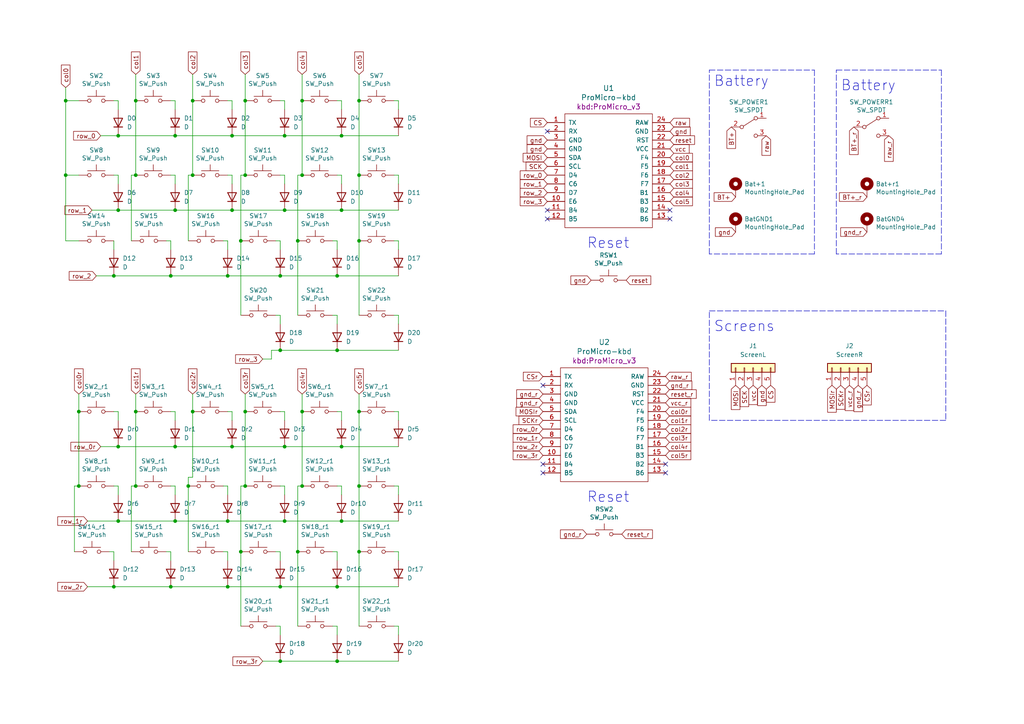
<source format=kicad_sch>
(kicad_sch (version 20211123) (generator eeschema)
  (paper "A4")
  (title_block (title "Sweep V2") (date "2021-03-10") (rev "0.1") (company "broomlabs"))
  (lib_symbols
    (symbol "Connector_Generic:Conn_01x05" (pin_names (offset 1.016) hide)
      (property "Reference" "J" (at 0 7.62 0))
      (property "Value" "Conn_01x05" (at 0 -7.62 0))
      (symbol "Conn_01x05_1_1"
        (pin passive line (at -5.08 5.08 0) (length 3.81) (name "Pin_1") (number "1"))
        (pin passive line (at -5.08 2.54 0) (length 3.81) (name "Pin_2") (number "2"))
        (pin passive line (at -5.08 0 0) (length 3.81) (name "Pin_3") (number "3"))
        (pin passive line (at -5.08 -2.54 0) (length 3.81) (name "Pin_4") (number "4"))
        (pin passive line (at -5.08 -5.08 0) (length 3.81) (name "Pin_5") (number "5"))
      )
    )
    (symbol "Diode:1N4448W" (pin_numbers hide) (pin_names (offset 1.016) hide)
      (property "Reference" "D" (at 0 2.54 0))
      (property "Value" "1N4448W" (at 0 -2.54 0))
      (symbol "1N4448W_1_1"
        (pin passive line (at -3.81 0 0) (length 2.54) (name "K") (number "1"))
        (pin passive line (at 3.81 0 180) (length 2.54) (name "A") (number "2"))
      )
    )
    (symbol "Mechanical:MountingHole_Pad" (pin_numbers hide) (pin_names (offset 1.016) hide)
      (property "Reference" "H" (at 0 6.35 0))
      (property "Value" "MountingHole_Pad" (at 0 4.445 0))
      (symbol "MountingHole_Pad_1_1"
        (pin input line (at 0 -2.54 90) (length 2.54) (name "1") (number "1"))
      )
    )
    (symbol "Switch:SW_Push" (pin_numbers hide) (pin_names (offset 1.016) hide)
      (property "Reference" "SW" (at 1.27 2.54 0))
      (property "Value" "SW_Push" (at 0 -1.524 0))
      (symbol "SW_Push_0_1"
        (pin passive line (at -5.08 0 0) (length 2.54) (name "1") (number "1"))
        (pin passive line (at 5.08 0 180) (length 2.54) (name "2") (number "2"))
      )
    )
    (symbol "Switch:SW_SPDT" (pin_names (offset 0) hide)
      (property "Reference" "SW" (at 0 4.318 0))
      (property "Value" "SW_SPDT" (at 0 -5.08 0))
      (symbol "SW_SPDT_1_1"
        (pin passive line (at 5.08 2.54 180) (length 2.54) (name "A") (number "1"))
        (pin passive line (at -5.08 0 0) (length 2.54) (name "B") (number "2"))
        (pin passive line (at 5.08 -2.54 180) (length 2.54) (name "C") (number "3"))
      )
    )
    (symbol "sweepv2-rescue:ProMicro-kbd-bigblackpill-34key-rescue" (pin_names (offset 1.016))
      (property "Reference" "U" (at 0 24.13 0))
      (property "Value" "ProMicro-kbd-bigblackpill-34key-rescue" (at 0 -13.97 0))
      (symbol "ProMicro-kbd-bigblackpill-34key-rescue_1_1"
        (pin bidirectional line (at -17.78 19.05 0) (length 5.08) (name "TX") (number "1"))
        (pin bidirectional line (at -17.78 -3.81 0) (length 5.08) (name "E6") (number "10"))
        (pin bidirectional line (at -17.78 -6.35 0) (length 5.08) (name "B4") (number "11"))
        (pin bidirectional line (at -17.78 -8.89 0) (length 5.08) (name "B5") (number "12"))
        (pin bidirectional line (at 17.78 -8.89 180) (length 5.08) (name "B6") (number "13"))
        (pin bidirectional line (at 17.78 -6.35 180) (length 5.08) (name "B2") (number "14"))
        (pin bidirectional line (at 17.78 -3.81 180) (length 5.08) (name "B3") (number "15"))
        (pin bidirectional line (at 17.78 -1.27 180) (length 5.08) (name "B1") (number "16"))
        (pin bidirectional line (at 17.78 1.27 180) (length 5.08) (name "F7") (number "17"))
        (pin bidirectional line (at 17.78 3.81 180) (length 5.08) (name "F6") (number "18"))
        (pin bidirectional line (at 17.78 6.35 180) (length 5.08) (name "F5") (number "19"))
        (pin bidirectional line (at -17.78 16.51 0) (length 5.08) (name "RX") (number "2"))
        (pin bidirectional line (at 17.78 8.89 180) (length 5.08) (name "F4") (number "20"))
        (pin power_in line (at 17.78 11.43 180) (length 5.08) (name "VCC") (number "21"))
        (pin input line (at 17.78 13.97 180) (length 5.08) (name "RST") (number "22"))
        (pin power_in line (at 17.78 16.51 180) (length 5.08) (name "GND") (number "23"))
        (pin power_out line (at 17.78 19.05 180) (length 5.08) (name "RAW") (number "24"))
        (pin power_in line (at -17.78 13.97 0) (length 5.08) (name "GND") (number "3"))
        (pin power_in line (at -17.78 11.43 0) (length 5.08) (name "GND") (number "4"))
        (pin bidirectional line (at -17.78 8.89 0) (length 5.08) (name "SDA") (number "5"))
        (pin bidirectional line (at -17.78 6.35 0) (length 5.08) (name "SCL") (number "6"))
        (pin bidirectional line (at -17.78 3.81 0) (length 5.08) (name "D4") (number "7"))
        (pin bidirectional line (at -17.78 1.27 0) (length 5.08) (name "C6") (number "8"))
        (pin bidirectional line (at -17.78 -1.27 0) (length 5.08) (name "D7") (number "9"))
      )
    )
  )
  (junction (at 99.06 39.37))
  (junction (at 50.8 60.96))
  (junction (at 86.36 69.85))
  (junction (at 97.79 170.18))
  (junction (at 104.14 69.85))
  (junction (at 55.88 50.8))
  (junction (at 67.31 60.96))
  (junction (at 34.29 39.37))
  (junction (at 97.79 191.77))
  (junction (at 86.36 160.02))
  (junction (at 104.14 140.97))
  (junction (at 67.31 39.37))
  (junction (at 82.55 151.13))
  (junction (at 97.79 101.6))
  (junction (at 54.61 140.97))
  (junction (at 71.12 119.38))
  (junction (at 87.63 140.97))
  (junction (at 99.06 151.13))
  (junction (at 82.55 129.54))
  (junction (at 50.8 39.37))
  (junction (at 33.02 170.18))
  (junction (at 99.06 129.54))
  (junction (at 34.29 60.96))
  (junction (at 39.37 50.8))
  (junction (at 81.28 80.01))
  (junction (at 81.28 191.77))
  (junction (at 71.12 50.8))
  (junction (at 67.31 129.54))
  (junction (at 99.06 60.96))
  (junction (at 69.85 160.02))
  (junction (at 87.63 119.38))
  (junction (at 55.88 119.38))
  (junction (at 87.63 50.8))
  (junction (at 34.29 129.54))
  (junction (at 50.8 129.54))
  (junction (at 82.55 39.37))
  (junction (at 97.79 80.01))
  (junction (at 19.05 29.21))
  (junction (at 39.37 29.21))
  (junction (at 66.04 80.01))
  (junction (at 22.86 119.38))
  (junction (at 104.14 119.38))
  (junction (at 81.28 170.18))
  (junction (at 66.04 170.18))
  (junction (at 19.05 50.8))
  (junction (at 69.85 69.85))
  (junction (at 104.14 50.8))
  (junction (at 55.88 29.21))
  (junction (at 50.8 151.13))
  (junction (at 39.37 140.97))
  (junction (at 39.37 119.38))
  (junction (at 49.53 170.18))
  (junction (at 49.53 80.01))
  (junction (at 22.86 140.97))
  (junction (at 71.12 140.97))
  (junction (at 82.55 60.96))
  (junction (at 66.04 151.13))
  (junction (at 71.12 29.21))
  (junction (at 87.63 29.21))
  (junction (at 104.14 29.21))
  (junction (at 33.02 80.01))
  (junction (at 104.14 160.02))
  (junction (at 81.28 101.6))
  (junction (at 34.29 151.13))
  (no_connect (at 193.04 137.16))
  (no_connect (at 193.04 134.62))
  (no_connect (at 157.48 111.76))
  (no_connect (at 157.48 134.62))
  (no_connect (at 157.48 137.16))
  (no_connect (at 194.31 60.96))
  (no_connect (at 158.75 60.96))
  (no_connect (at 194.31 63.5))
  (no_connect (at 158.75 38.1))
  (no_connect (at 158.75 63.5))
  (wire (pts (xy 29.21 129.54) (xy 34.29 129.54)))
  (wire (pts (xy 50.8 50.8) (xy 50.8 53.34)))
  (wire (pts (xy 19.05 25.4) (xy 19.05 29.21)))
  (wire (pts (xy 87.63 114.3) (xy 87.63 119.38)))
  (wire (pts (xy 71.12 21.59) (xy 71.12 29.21)))
  (wire (pts (xy 87.63 119.38) (xy 87.63 140.97)))
  (polyline (pts (xy 274.32 90.17) (xy 274.32 121.92)))
  (wire (pts (xy 49.53 119.38) (xy 50.8 119.38)))
  (wire (pts (xy 81.28 101.6) (xy 97.79 101.6)))
  (wire (pts (xy 99.06 129.54) (xy 115.57 129.54)))
  (wire (pts (xy 69.85 140.97) (xy 71.12 140.97)))
  (wire (pts (xy 49.53 69.85) (xy 49.53 72.39)))
  (wire (pts (xy 67.31 129.54) (xy 82.55 129.54)))
  (wire (pts (xy 81.28 69.85) (xy 81.28 72.39)))
  (wire (pts (xy 114.3 119.38) (xy 115.57 119.38)))
  (wire (pts (xy 99.06 151.13) (xy 115.57 151.13)))
  (wire (pts (xy 67.31 39.37) (xy 82.55 39.37)))
  (wire (pts (xy 66.04 50.8) (xy 67.31 50.8)))
  (wire (pts (xy 114.3 29.21) (xy 115.57 29.21)))
  (wire (pts (xy 49.53 170.18) (xy 66.04 170.18)))
  (wire (pts (xy 82.55 29.21) (xy 82.55 31.75)))
  (wire (pts (xy 104.14 119.38) (xy 104.14 140.97)))
  (wire (pts (xy 25.4 170.18) (xy 33.02 170.18)))
  (wire (pts (xy 97.79 119.38) (xy 99.06 119.38)))
  (wire (pts (xy 50.8 119.38) (xy 50.8 121.92)))
  (wire (pts (xy 49.53 50.8) (xy 50.8 50.8)))
  (wire (pts (xy 29.21 39.37) (xy 34.29 39.37)))
  (wire (pts (xy 54.61 50.8) (xy 55.88 50.8)))
  (wire (pts (xy 33.02 50.8) (xy 34.29 50.8)))
  (wire (pts (xy 69.85 69.85) (xy 69.85 91.44)))
  (wire (pts (xy 19.05 29.21) (xy 22.86 29.21)))
  (wire (pts (xy 104.14 69.85) (xy 104.14 91.44)))
  (wire (pts (xy 97.79 140.97) (xy 99.06 140.97)))
  (wire (pts (xy 80.01 181.61) (xy 81.28 181.61)))
  (wire (pts (xy 34.29 129.54) (xy 50.8 129.54)))
  (wire (pts (xy 39.37 21.59) (xy 39.37 29.21)))
  (wire (pts (xy 80.01 160.02) (xy 81.28 160.02)))
  (wire (pts (xy 66.04 119.38) (xy 67.31 119.38)))
  (wire (pts (xy 66.04 140.97) (xy 66.04 143.51)))
  (wire (pts (xy 115.57 140.97) (xy 115.57 143.51)))
  (wire (pts (xy 76.2 191.77) (xy 81.28 191.77)))
  (polyline (pts (xy 273.05 20.32) (xy 273.05 73.66)))
  (wire (pts (xy 114.3 181.61) (xy 115.57 181.61)))
  (wire (pts (xy 50.8 39.37) (xy 67.31 39.37)))
  (wire (pts (xy 34.29 151.13) (xy 50.8 151.13)))
  (wire (pts (xy 48.26 69.85) (xy 49.53 69.85)))
  (wire (pts (xy 38.1 50.8) (xy 39.37 50.8)))
  (polyline (pts (xy 205.74 90.17) (xy 274.32 90.17)))
  (wire (pts (xy 64.77 140.97) (xy 66.04 140.97)))
  (wire (pts (xy 27.94 80.01) (xy 33.02 80.01)))
  (wire (pts (xy 55.88 114.3) (xy 55.88 119.38)))
  (wire (pts (xy 34.29 39.37) (xy 50.8 39.37)))
  (wire (pts (xy 86.36 140.97) (xy 87.63 140.97)))
  (wire (pts (xy 99.06 60.96) (xy 115.57 60.96)))
  (wire (pts (xy 39.37 114.3) (xy 39.37 119.38)))
  (wire (pts (xy 104.14 21.59) (xy 104.14 29.21)))
  (wire (pts (xy 34.29 29.21) (xy 34.29 31.75)))
  (polyline (pts (xy 274.32 121.92) (xy 205.74 121.92)))
  (wire (pts (xy 115.57 91.44) (xy 115.57 93.98)))
  (wire (pts (xy 34.29 119.38) (xy 34.29 121.92)))
  (wire (pts (xy 34.29 50.8) (xy 34.29 53.34)))
  (wire (pts (xy 97.79 69.85) (xy 97.79 72.39)))
  (wire (pts (xy 115.57 160.02) (xy 115.57 162.56)))
  (wire (pts (xy 86.36 160.02) (xy 86.36 181.61)))
  (wire (pts (xy 97.79 101.6) (xy 115.57 101.6)))
  (wire (pts (xy 82.55 39.37) (xy 99.06 39.37)))
  (wire (pts (xy 115.57 50.8) (xy 115.57 53.34)))
  (wire (pts (xy 115.57 119.38) (xy 115.57 121.92)))
  (wire (pts (xy 39.37 29.21) (xy 39.37 50.8)))
  (wire (pts (xy 64.77 69.85) (xy 66.04 69.85)))
  (wire (pts (xy 69.85 69.85) (xy 69.85 50.8)))
  (wire (pts (xy 86.36 160.02) (xy 86.36 140.97)))
  (wire (pts (xy 67.31 50.8) (xy 67.31 53.34)))
  (wire (pts (xy 67.31 119.38) (xy 67.31 121.92)))
  (wire (pts (xy 97.79 29.21) (xy 99.06 29.21)))
  (wire (pts (xy 66.04 170.18) (xy 81.28 170.18)))
  (wire (pts (xy 82.55 129.54) (xy 99.06 129.54)))
  (wire (pts (xy 78.74 104.14) (xy 78.74 101.6)))
  (wire (pts (xy 97.79 50.8) (xy 99.06 50.8)))
  (wire (pts (xy 97.79 170.18) (xy 115.57 170.18)))
  (wire (pts (xy 115.57 181.61) (xy 115.57 184.15)))
  (wire (pts (xy 50.8 151.13) (xy 66.04 151.13)))
  (wire (pts (xy 33.02 69.85) (xy 33.02 72.39)))
  (wire (pts (xy 69.85 50.8) (xy 71.12 50.8)))
  (polyline (pts (xy 236.22 20.32) (xy 236.22 73.66)))
  (wire (pts (xy 38.1 140.97) (xy 39.37 140.97)))
  (wire (pts (xy 48.26 160.02) (xy 49.53 160.02)))
  (wire (pts (xy 55.88 29.21) (xy 55.88 50.8)))
  (wire (pts (xy 81.28 119.38) (xy 82.55 119.38)))
  (wire (pts (xy 71.12 29.21) (xy 71.12 50.8)))
  (wire (pts (xy 49.53 80.01) (xy 66.04 80.01)))
  (polyline (pts (xy 205.74 73.66) (xy 205.74 20.32)))
  (wire (pts (xy 50.8 29.21) (xy 50.8 31.75)))
  (wire (pts (xy 71.12 119.38) (xy 71.12 140.97)))
  (wire (pts (xy 104.14 160.02) (xy 104.14 181.61)))
  (wire (pts (xy 76.2 104.14) (xy 78.74 104.14)))
  (wire (pts (xy 81.28 170.18) (xy 97.79 170.18)))
  (wire (pts (xy 99.06 140.97) (xy 99.06 143.51)))
  (polyline (pts (xy 273.05 73.66) (xy 242.57 73.66)))
  (wire (pts (xy 54.61 69.85) (xy 54.61 50.8)))
  (wire (pts (xy 49.53 29.21) (xy 50.8 29.21)))
  (wire (pts (xy 66.04 69.85) (xy 66.04 72.39)))
  (wire (pts (xy 82.55 140.97) (xy 82.55 143.51)))
  (wire (pts (xy 55.88 138.43) (xy 54.61 138.43)))
  (wire (pts (xy 81.28 91.44) (xy 81.28 93.98)))
  (wire (pts (xy 96.52 69.85) (xy 97.79 69.85)))
  (wire (pts (xy 99.06 50.8) (xy 99.06 53.34)))
  (wire (pts (xy 115.57 69.85) (xy 115.57 72.39)))
  (wire (pts (xy 115.57 29.21) (xy 115.57 31.75)))
  (wire (pts (xy 54.61 138.43) (xy 54.61 140.97)))
  (wire (pts (xy 33.02 160.02) (xy 33.02 162.56)))
  (wire (pts (xy 21.59 160.02) (xy 21.59 140.97)))
  (wire (pts (xy 114.3 69.85) (xy 115.57 69.85)))
  (wire (pts (xy 86.36 69.85) (xy 86.36 91.44)))
  (wire (pts (xy 96.52 91.44) (xy 97.79 91.44)))
  (wire (pts (xy 97.79 181.61) (xy 97.79 184.15)))
  (wire (pts (xy 81.28 50.8) (xy 82.55 50.8)))
  (wire (pts (xy 66.04 160.02) (xy 66.04 162.56)))
  (wire (pts (xy 97.79 191.77) (xy 115.57 191.77)))
  (wire (pts (xy 99.06 39.37) (xy 115.57 39.37)))
  (wire (pts (xy 97.79 80.01) (xy 115.57 80.01)))
  (wire (pts (xy 39.37 119.38) (xy 39.37 140.97)))
  (wire (pts (xy 80.01 69.85) (xy 81.28 69.85)))
  (wire (pts (xy 82.55 119.38) (xy 82.55 121.92)))
  (wire (pts (xy 104.14 140.97) (xy 104.14 160.02)))
  (wire (pts (xy 34.29 60.96) (xy 50.8 60.96)))
  (wire (pts (xy 82.55 50.8) (xy 82.55 53.34)))
  (wire (pts (xy 114.3 160.02) (xy 115.57 160.02)))
  (wire (pts (xy 78.74 101.6) (xy 81.28 101.6)))
  (wire (pts (xy 114.3 91.44) (xy 115.57 91.44)))
  (wire (pts (xy 71.12 114.3) (xy 71.12 119.38)))
  (wire (pts (xy 31.75 160.02) (xy 33.02 160.02)))
  (wire (pts (xy 81.28 29.21) (xy 82.55 29.21)))
  (wire (pts (xy 50.8 129.54) (xy 67.31 129.54)))
  (wire (pts (xy 33.02 119.38) (xy 34.29 119.38)))
  (wire (pts (xy 19.05 50.8) (xy 19.05 69.85)))
  (wire (pts (xy 69.85 160.02) (xy 69.85 140.97)))
  (wire (pts (xy 38.1 69.85) (xy 38.1 50.8)))
  (wire (pts (xy 82.55 151.13) (xy 99.06 151.13)))
  (wire (pts (xy 87.63 21.59) (xy 87.63 29.21)))
  (wire (pts (xy 66.04 151.13) (xy 82.55 151.13)))
  (wire (pts (xy 26.67 60.96) (xy 34.29 60.96)))
  (wire (pts (xy 66.04 80.01) (xy 81.28 80.01)))
  (wire (pts (xy 104.14 114.3) (xy 104.14 119.38)))
  (wire (pts (xy 97.79 91.44) (xy 97.79 93.98)))
  (wire (pts (xy 54.61 140.97) (xy 54.61 160.02)))
  (wire (pts (xy 104.14 29.21) (xy 104.14 50.8)))
  (polyline (pts (xy 242.57 20.32) (xy 273.05 20.32)))
  (wire (pts (xy 86.36 69.85) (xy 86.36 50.8)))
  (wire (pts (xy 50.8 60.96) (xy 67.31 60.96)))
  (wire (pts (xy 22.86 114.3) (xy 22.86 119.38)))
  (wire (pts (xy 86.36 50.8) (xy 87.63 50.8)))
  (wire (pts (xy 49.53 160.02) (xy 49.53 162.56)))
  (wire (pts (xy 67.31 29.21) (xy 67.31 31.75)))
  (wire (pts (xy 33.02 29.21) (xy 34.29 29.21)))
  (wire (pts (xy 69.85 160.02) (xy 69.85 181.61)))
  (wire (pts (xy 81.28 80.01) (xy 97.79 80.01)))
  (wire (pts (xy 34.29 140.97) (xy 34.29 143.51)))
  (wire (pts (xy 82.55 60.96) (xy 99.06 60.96)))
  (wire (pts (xy 99.06 29.21) (xy 99.06 31.75)))
  (wire (pts (xy 21.59 140.97) (xy 22.86 140.97)))
  (wire (pts (xy 19.05 50.8) (xy 19.05 29.21)))
  (wire (pts (xy 55.88 21.59) (xy 55.88 29.21)))
  (wire (pts (xy 114.3 140.97) (xy 115.57 140.97)))
  (wire (pts (xy 97.79 160.02) (xy 97.79 162.56)))
  (wire (pts (xy 49.53 140.97) (xy 50.8 140.97)))
  (wire (pts (xy 22.86 50.8) (xy 19.05 50.8)))
  (wire (pts (xy 96.52 160.02) (xy 97.79 160.02)))
  (polyline (pts (xy 205.74 20.32) (xy 236.22 20.32)))
  (wire (pts (xy 50.8 140.97) (xy 50.8 143.51)))
  (wire (pts (xy 104.14 50.8) (xy 104.14 69.85)))
  (polyline (pts (xy 205.74 121.92) (xy 205.74 90.17)))
  (wire (pts (xy 81.28 160.02) (xy 81.28 162.56)))
  (wire (pts (xy 22.86 119.38) (xy 22.86 140.97)))
  (polyline (pts (xy 236.22 73.66) (xy 205.74 73.66)))
  (wire (pts (xy 33.02 170.18) (xy 49.53 170.18)))
  (polyline (pts (xy 242.57 73.66) (xy 242.57 20.32)))
  (wire (pts (xy 81.28 140.97) (xy 82.55 140.97)))
  (wire (pts (xy 64.77 160.02) (xy 66.04 160.02)))
  (wire (pts (xy 81.28 191.77) (xy 97.79 191.77)))
  (wire (pts (xy 38.1 160.02) (xy 38.1 140.97)))
  (wire (pts (xy 67.31 60.96) (xy 82.55 60.96)))
  (wire (pts (xy 114.3 50.8) (xy 115.57 50.8)))
  (wire (pts (xy 87.63 29.21) (xy 87.63 50.8)))
  (wire (pts (xy 81.28 181.61) (xy 81.28 184.15)))
  (wire (pts (xy 33.02 80.01) (xy 49.53 80.01)))
  (wire (pts (xy 55.88 119.38) (xy 55.88 138.43)))
  (wire (pts (xy 22.86 69.85) (xy 19.05 69.85)))
  (wire (pts (xy 33.02 140.97) (xy 34.29 140.97)))
  (wire (pts (xy 25.4 151.13) (xy 34.29 151.13)))
  (wire (pts (xy 66.04 29.21) (xy 67.31 29.21)))
  (wire (pts (xy 80.01 91.44) (xy 81.28 91.44)))
  (wire (pts (xy 99.06 119.38) (xy 99.06 121.92)))
  (wire (pts (xy 96.52 181.61) (xy 97.79 181.61)))
  (text "Reset" (at 170.18 72.39 0) (effects (font (size 2.9972 2.9972)) (justify left bottom)))
  (text "Battery" (at 243.84 26.67 0) (effects (font (size 2.9972 2.9972)) (justify left bottom)))
  (text "Battery" (at 207.01 25.4 0) (effects (font (size 2.9972 2.9972)) (justify left bottom)))
  (text "Reset" (at 170.18 146.05 0) (effects (font (size 2.9972 2.9972)) (justify left bottom)))
  (text "Screens" (at 207.01 96.52 0) (effects (font (size 2.9972 2.9972)) (justify left bottom)))
  (global_label "col2" (shape input) (at 194.31 50.8 0) (property "Intersheet References" "${INTERSHEET_REFS}" (effects hide)))
  (global_label "vcc_r" (shape input) (at 193.04 116.84 0) (property "Intersheet References" "${INTERSHEET_REFS}" (effects hide)))
  (global_label "col4r" (shape input) (at 87.63 114.3 90) (property "Intersheet References" "${INTERSHEET_REFS}" (effects hide)))
  (global_label "row_1" (shape input) (at 158.75 53.34 180) (property "Intersheet References" "${INTERSHEET_REFS}" (effects hide)))
  (global_label "col2r" (shape input) (at 55.88 114.3 90) (property "Intersheet References" "${INTERSHEET_REFS}" (effects hide)))
  (global_label "MOSIr" (shape input) (at 241.3 111.76 270) (property "Intersheet References" "${INTERSHEET_REFS}" (effects hide)))
  (global_label "gnd" (shape input) (at 158.75 40.64 180) (property "Intersheet References" "${INTERSHEET_REFS}" (effects hide)))
  (global_label "reset" (shape input) (at 181.61 81.28 0) (property "Intersheet References" "${INTERSHEET_REFS}" (effects hide)))
  (global_label "reset" (shape input) (at 194.31 40.64 0) (property "Intersheet References" "${INTERSHEET_REFS}" (effects hide)))
  (global_label "row_3" (shape input) (at 158.75 58.42 180) (property "Intersheet References" "${INTERSHEET_REFS}" (effects hide)))
  (global_label "col1r" (shape input) (at 39.37 114.3 90) (property "Intersheet References" "${INTERSHEET_REFS}" (effects hide)))
  (global_label "row_0r" (shape input) (at 29.21 129.54 180) (property "Intersheet References" "${INTERSHEET_REFS}" (effects hide)))
  (global_label "vcc" (shape input) (at 218.44 111.76 270) (property "Intersheet References" "${INTERSHEET_REFS}" (effects hide)))
  (global_label "CSr" (shape input) (at 251.46 111.76 270) (property "Intersheet References" "${INTERSHEET_REFS}" (effects hide)))
  (global_label "raw_r" (shape input) (at 257.81 39.37 270) (property "Intersheet References" "${INTERSHEET_REFS}" (effects hide)))
  (global_label "col3r" (shape input) (at 193.04 127 0) (property "Intersheet References" "${INTERSHEET_REFS}" (effects hide)))
  (global_label "vcc" (shape input) (at 194.31 43.18 0) (property "Intersheet References" "${INTERSHEET_REFS}" (effects hide)))
  (global_label "row_3r" (shape input) (at 157.48 132.08 180) (property "Intersheet References" "${INTERSHEET_REFS}" (effects hide)))
  (global_label "row_1r" (shape input) (at 25.4 151.13 180) (property "Intersheet References" "${INTERSHEET_REFS}" (effects hide)))
  (global_label "gnd_r" (shape input) (at 248.92 111.76 270) (property "Intersheet References" "${INTERSHEET_REFS}" (effects hide)))
  (global_label "col2r" (shape input) (at 193.04 124.46 0) (property "Intersheet References" "${INTERSHEET_REFS}" (effects hide)))
  (global_label "col2" (shape input) (at 55.88 21.59 90) (property "Intersheet References" "${INTERSHEET_REFS}" (effects hide)))
  (global_label "row_0r" (shape input) (at 157.48 124.46 180) (property "Intersheet References" "${INTERSHEET_REFS}" (effects hide)))
  (global_label "col0" (shape input) (at 19.05 25.4 90) (property "Intersheet References" "${INTERSHEET_REFS}" (effects hide)))
  (global_label "col0r" (shape input) (at 22.86 114.3 90) (property "Intersheet References" "${INTERSHEET_REFS}" (effects hide)))
  (global_label "col1" (shape input) (at 194.31 48.26 0) (property "Intersheet References" "${INTERSHEET_REFS}" (effects hide)))
  (global_label "col3" (shape input) (at 71.12 21.59 90) (property "Intersheet References" "${INTERSHEET_REFS}" (effects hide)))
  (global_label "row_2r" (shape input) (at 25.4 170.18 180) (property "Intersheet References" "${INTERSHEET_REFS}" (effects hide)))
  (global_label "gnd_r" (shape input) (at 170.18 154.94 180) (property "Intersheet References" "${INTERSHEET_REFS}" (effects hide)))
  (global_label "reset_r" (shape input) (at 180.34 154.94 0) (property "Intersheet References" "${INTERSHEET_REFS}" (effects hide)))
  (global_label "col0r" (shape input) (at 193.04 119.38 0) (property "Intersheet References" "${INTERSHEET_REFS}" (effects hide)))
  (global_label "row_2" (shape input) (at 158.75 55.88 180) (property "Intersheet References" "${INTERSHEET_REFS}" (effects hide)))
  (global_label "col0" (shape input) (at 194.31 45.72 0) (property "Intersheet References" "${INTERSHEET_REFS}" (effects hide)))
  (global_label "gnd_r" (shape input) (at 157.48 114.3 180) (property "Intersheet References" "${INTERSHEET_REFS}" (effects hide)))
  (global_label "row_3r" (shape input) (at 76.2 191.77 180) (property "Intersheet References" "${INTERSHEET_REFS}" (effects hide)))
  (global_label "CS" (shape input) (at 223.52 111.76 270) (property "Intersheet References" "${INTERSHEET_REFS}" (effects hide)))
  (global_label "raw_r" (shape input) (at 193.04 109.22 0) (property "Intersheet References" "${INTERSHEET_REFS}" (effects hide)))
  (global_label "gnd_r" (shape input) (at 193.04 111.76 0) (property "Intersheet References" "${INTERSHEET_REFS}" (effects hide)))
  (global_label "col4" (shape input) (at 194.31 55.88 0) (property "Intersheet References" "${INTERSHEET_REFS}" (effects hide)))
  (global_label "gnd" (shape input) (at 158.75 43.18 180) (property "Intersheet References" "${INTERSHEET_REFS}" (effects hide)))
  (global_label "BT+_r" (shape input) (at 251.46 57.15 180) (property "Intersheet References" "${INTERSHEET_REFS}" (effects hide)))
  (global_label "MOSI" (shape input) (at 158.75 45.72 180) (property "Intersheet References" "${INTERSHEET_REFS}" (effects hide)))
  (global_label "row_3" (shape input) (at 76.2 104.14 180) (property "Intersheet References" "${INTERSHEET_REFS}" (effects hide)))
  (global_label "gnd" (shape input) (at 171.45 81.28 180) (property "Intersheet References" "${INTERSHEET_REFS}" (effects hide)))
  (global_label "col4r" (shape input) (at 193.04 129.54 0) (property "Intersheet References" "${INTERSHEET_REFS}" (effects hide)))
  (global_label "SCKr" (shape input) (at 157.48 121.92 180) (property "Intersheet References" "${INTERSHEET_REFS}" (effects hide)))
  (global_label "SCK" (shape input) (at 158.75 48.26 180) (property "Intersheet References" "${INTERSHEET_REFS}" (effects hide)))
  (global_label "CSr" (shape input) (at 157.48 109.22 180) (property "Intersheet References" "${INTERSHEET_REFS}" (effects hide)))
  (global_label "gnd" (shape input) (at 213.36 67.31 180) (property "Intersheet References" "${INTERSHEET_REFS}" (effects hide)))
  (global_label "row_0" (shape input) (at 29.21 39.37 180) (property "Intersheet References" "${INTERSHEET_REFS}" (effects hide)))
  (global_label "gnd_r" (shape input) (at 251.46 67.31 180) (property "Intersheet References" "${INTERSHEET_REFS}" (effects hide)))
  (global_label "row_1r" (shape input) (at 157.48 127 180) (property "Intersheet References" "${INTERSHEET_REFS}" (effects hide)))
  (global_label "col5" (shape input) (at 104.14 21.59 90) (property "Intersheet References" "${INTERSHEET_REFS}" (effects hide)))
  (global_label "row_1" (shape input) (at 26.67 60.96 180) (property "Intersheet References" "${INTERSHEET_REFS}" (effects hide)))
  (global_label "MOSIr" (shape input) (at 157.48 119.38 180) (property "Intersheet References" "${INTERSHEET_REFS}" (effects hide)))
  (global_label "BT+" (shape input) (at 212.09 36.83 270) (property "Intersheet References" "${INTERSHEET_REFS}" (effects hide)))
  (global_label "SCKr" (shape input) (at 243.84 111.76 270) (property "Intersheet References" "${INTERSHEET_REFS}" (effects hide)))
  (global_label "col5r" (shape input) (at 193.04 132.08 0) (property "Intersheet References" "${INTERSHEET_REFS}" (effects hide)))
  (global_label "col4" (shape input) (at 87.63 21.59 90) (property "Intersheet References" "${INTERSHEET_REFS}" (effects hide)))
  (global_label "CS" (shape input) (at 158.75 35.56 180) (property "Intersheet References" "${INTERSHEET_REFS}" (effects hide)))
  (global_label "SCK" (shape input) (at 215.9 111.76 270) (property "Intersheet References" "${INTERSHEET_REFS}" (effects hide)))
  (global_label "col3" (shape input) (at 194.31 53.34 0) (property "Intersheet References" "${INTERSHEET_REFS}" (effects hide)))
  (global_label "vcc_r" (shape input) (at 246.38 111.76 270) (property "Intersheet References" "${INTERSHEET_REFS}" (effects hide)))
  (global_label "gnd" (shape input) (at 220.98 111.76 270) (property "Intersheet References" "${INTERSHEET_REFS}" (effects hide)))
  (global_label "raw" (shape input) (at 222.25 39.37 270) (property "Intersheet References" "${INTERSHEET_REFS}" (effects hide)))
  (global_label "col5r" (shape input) (at 104.14 114.3 90) (property "Intersheet References" "${INTERSHEET_REFS}" (effects hide)))
  (global_label "BT+_r" (shape input) (at 247.65 36.83 270) (property "Intersheet References" "${INTERSHEET_REFS}" (effects hide)))
  (global_label "MOSI" (shape input) (at 213.36 111.76 270) (property "Intersheet References" "${INTERSHEET_REFS}" (effects hide)))
  (global_label "row_2" (shape input) (at 27.94 80.01 180) (property "Intersheet References" "${INTERSHEET_REFS}" (effects hide)))
  (global_label "raw" (shape input) (at 194.31 35.56 0) (property "Intersheet References" "${INTERSHEET_REFS}" (effects hide)))
  (global_label "gnd_r" (shape input) (at 157.48 116.84 180) (property "Intersheet References" "${INTERSHEET_REFS}" (effects hide)))
  (global_label "col3r" (shape input) (at 71.12 114.3 90) (property "Intersheet References" "${INTERSHEET_REFS}" (effects hide)))
  (global_label "BT+" (shape input) (at 213.36 57.15 180) (property "Intersheet References" "${INTERSHEET_REFS}" (effects hide)))
  (global_label "row_2r" (shape input) (at 157.48 129.54 180) (property "Intersheet References" "${INTERSHEET_REFS}" (effects hide)))
  (global_label "row_0" (shape input) (at 158.75 50.8 180) (property "Intersheet References" "${INTERSHEET_REFS}" (effects hide)))
  (global_label "col5" (shape input) (at 194.31 58.42 0) (property "Intersheet References" "${INTERSHEET_REFS}" (effects hide)))
  (global_label "col1r" (shape input) (at 193.04 121.92 0) (property "Intersheet References" "${INTERSHEET_REFS}" (effects hide)))
  (global_label "gnd" (shape input) (at 194.31 38.1 0) (property "Intersheet References" "${INTERSHEET_REFS}" (effects hide)))
  (global_label "reset_r" (shape input) (at 193.04 114.3 0) (property "Intersheet References" "${INTERSHEET_REFS}" (effects hide)))
  (global_label "col1" (shape input) (at 39.37 21.59 90) (property "Intersheet References" "${INTERSHEET_REFS}" (effects hide)))
  (symbol (lib_id "Mechanical:MountingHole_Pad") (at 213.36 54.61 0) (unit 1)
    (property "Reference" "Bat+1" (at 215.9 53.3654 0) (effects (justify left)))
    (property "Value" "MountingHole_Pad" (at 215.9 55.6768 0) (effects (justify left)))
    (property "Footprint" "kbd:1pin_conn" (effects hide))
  )
  (symbol (lib_id "Mechanical:MountingHole_Pad") (at 213.36 64.77 0) (unit 1)
    (property "Reference" "BatGND1" (at 215.9 63.5254 0) (effects (justify left)))
    (property "Value" "MountingHole_Pad" (at 215.9 65.8368 0) (effects (justify left)))
    (property "Footprint" "kbd:1pin_conn" (effects hide))
  )
  (symbol (lib_id "sweepv2-rescue:ProMicro-kbd-bigblackpill-34key-rescue") (at 176.53 54.61 0) (unit 1)
    (property "Reference" "U1" (at 176.53 25.5778 0) (effects (font (size 1.524 1.524))))
    (property "Value" "ProMicro-kbd" (at 176.53 28.2702 0) (effects (font (size 1.524 1.524))))
    (property "Footprint" "kbd:ProMicro_v3" (at 176.53 30.9626 0) (effects (font (size 1.524 1.524))))
  )
  (symbol (lib_id "Switch:SW_Push") (at 27.94 29.21 0) (unit 1)
    (property "Reference" "SW2" (at 27.94 21.971 0))
    (property "Value" "SW_Push" (at 27.94 24.2824 0))
    (property "Footprint" "keyswitches:Kailh_socket_PG1350_optional" (effects hide))
  )
  (symbol (lib_id "Switch:SW_Push") (at 44.45 29.21 0) (unit 1)
    (property "Reference" "SW3" (at 44.45 21.971 0))
    (property "Value" "SW_Push" (at 44.45 24.2824 0))
    (property "Footprint" "keyswitches:Kailh_socket_PG1350_optional" (effects hide))
  )
  (symbol (lib_id "Switch:SW_Push") (at 60.96 29.21 0) (unit 1)
    (property "Reference" "SW4" (at 60.96 21.971 0))
    (property "Value" "SW_Push" (at 60.96 24.2824 0))
    (property "Footprint" "keyswitches:Kailh_socket_PG1350_optional" (effects hide))
  )
  (symbol (lib_id "Switch:SW_Push") (at 76.2 29.21 0) (unit 1)
    (property "Reference" "SW5" (at 76.2 21.971 0))
    (property "Value" "SW_Push" (at 76.2 24.2824 0))
    (property "Footprint" "keyswitches:Kailh_socket_PG1350_optional" (effects hide))
  )
  (symbol (lib_id "Switch:SW_Push") (at 92.71 29.21 0) (unit 1)
    (property "Reference" "SW6" (at 92.71 21.971 0))
    (property "Value" "SW_Push" (at 92.71 24.2824 0))
    (property "Footprint" "keyswitches:Kailh_socket_PG1350_optional" (effects hide))
  )
  (symbol (lib_id "Switch:SW_Push") (at 74.93 91.44 0) (unit 1)
    (property "Reference" "SW20" (at 74.93 84.201 0))
    (property "Value" "SW_Push" (at 74.93 86.5124 0))
    (property "Footprint" "keyswitches:Kailh_socket_PG1350_optional" (effects hide))
  )
  (symbol (lib_id "Switch:SW_Push") (at 91.44 91.44 0) (unit 1)
    (property "Reference" "SW21" (at 91.44 84.201 0))
    (property "Value" "SW_Push" (at 91.44 86.5124 0))
    (property "Footprint" "keyswitches:Kailh_socket_PG1350_optional" (effects hide))
  )
  (symbol (lib_id "Switch:SW_Push") (at 27.94 50.8 0) (unit 1)
    (property "Reference" "SW8" (at 27.94 43.561 0))
    (property "Value" "SW_Push" (at 27.94 45.8724 0))
    (property "Footprint" "keyswitches:Kailh_socket_PG1350_optional" (effects hide))
  )
  (symbol (lib_id "Switch:SW_Push") (at 44.45 50.8 0) (unit 1)
    (property "Reference" "SW9" (at 44.45 43.561 0))
    (property "Value" "SW_Push" (at 44.45 45.8724 0))
    (property "Footprint" "keyswitches:Kailh_socket_PG1350_optional" (effects hide))
  )
  (symbol (lib_id "Switch:SW_Push") (at 60.96 50.8 0) (unit 1)
    (property "Reference" "SW10" (at 60.96 43.561 0))
    (property "Value" "SW_Push" (at 60.96 45.8724 0))
    (property "Footprint" "keyswitches:Kailh_socket_PG1350_optional" (effects hide))
  )
  (symbol (lib_id "Switch:SW_Push") (at 76.2 50.8 0) (unit 1)
    (property "Reference" "SW11" (at 76.2 43.561 0))
    (property "Value" "SW_Push" (at 76.2 45.8724 0))
    (property "Footprint" "keyswitches:Kailh_socket_PG1350_optional" (effects hide))
  )
  (symbol (lib_id "Switch:SW_Push") (at 92.71 50.8 0) (unit 1)
    (property "Reference" "SW12" (at 92.71 43.561 0))
    (property "Value" "SW_Push" (at 92.71 45.8724 0))
    (property "Footprint" "keyswitches:Kailh_socket_PG1350_optional" (effects hide))
  )
  (symbol (lib_id "Switch:SW_Push") (at 27.94 69.85 0) (unit 1)
    (property "Reference" "SW14" (at 27.94 62.611 0))
    (property "Value" "SW_Push" (at 27.94 64.9224 0))
    (property "Footprint" "keyswitches:Kailh_socket_PG1350_optional" (effects hide))
  )
  (symbol (lib_id "Switch:SW_Push") (at 43.18 69.85 0) (unit 1)
    (property "Reference" "SW15" (at 43.18 62.611 0))
    (property "Value" "SW_Push" (at 43.18 64.9224 0))
    (property "Footprint" "keyswitches:Kailh_socket_PG1350_optional" (effects hide))
  )
  (symbol (lib_id "Switch:SW_Push") (at 59.69 69.85 0) (unit 1)
    (property "Reference" "SW16" (at 59.69 62.611 0))
    (property "Value" "SW_Push" (at 59.69 64.9224 0))
    (property "Footprint" "keyswitches:Kailh_socket_PG1350_optional" (effects hide))
  )
  (symbol (lib_id "Switch:SW_Push") (at 74.93 69.85 0) (unit 1)
    (property "Reference" "SW17" (at 74.93 62.611 0))
    (property "Value" "SW_Push" (at 74.93 64.9224 0))
    (property "Footprint" "keyswitches:Kailh_socket_PG1350_optional" (effects hide))
  )
  (symbol (lib_id "Switch:SW_Push") (at 91.44 69.85 0) (unit 1)
    (property "Reference" "SW18" (at 91.44 62.611 0))
    (property "Value" "SW_Push" (at 91.44 64.9224 0))
    (property "Footprint" "keyswitches:Kailh_socket_PG1350_optional" (effects hide))
  )
  (symbol (lib_id "Switch:SW_Push") (at 176.53 81.28 0) (unit 1)
    (property "Reference" "RSW1" (at 176.53 74.041 0))
    (property "Value" "SW_Push" (at 176.53 76.3524 0))
    (property "Footprint" "kbd:ResetSW" (effects hide))
  )
  (symbol (lib_id "Switch:SW_SPDT") (at 217.17 36.83 0) (unit 1)
    (property "Reference" "SW_POWER1" (at 217.17 29.591 0))
    (property "Value" "SW_SPDT" (at 217.17 31.9024 0))
    (property "Footprint" "Button_Switch_SMD:SW_SPDT_PCM12" (effects hide))
  )
  (symbol (lib_id "Switch:SW_Push") (at 27.94 119.38 0) (unit 1)
    (property "Reference" "SW2_r1" (at 27.94 112.141 0))
    (property "Value" "SW_Push" (at 27.94 114.4524 0))
    (property "Footprint" "keyswitches:Kailh_socket_PG1350_optional" (effects hide))
  )
  (symbol (lib_id "Switch:SW_Push") (at 44.45 119.38 0) (unit 1)
    (property "Reference" "SW3_r1" (at 44.45 112.141 0))
    (property "Value" "SW_Push" (at 44.45 114.4524 0))
    (property "Footprint" "keyswitches:Kailh_socket_PG1350_optional" (effects hide))
  )
  (symbol (lib_id "Switch:SW_Push") (at 60.96 119.38 0) (unit 1)
    (property "Reference" "SW4_r1" (at 60.96 112.141 0))
    (property "Value" "SW_Push" (at 60.96 114.4524 0))
    (property "Footprint" "keyswitches:Kailh_socket_PG1350_optional" (effects hide))
  )
  (symbol (lib_id "Switch:SW_Push") (at 76.2 119.38 0) (unit 1)
    (property "Reference" "SW5_r1" (at 76.2 112.141 0))
    (property "Value" "SW_Push" (at 76.2 114.4524 0))
    (property "Footprint" "keyswitches:Kailh_socket_PG1350_optional" (effects hide))
  )
  (symbol (lib_id "Switch:SW_Push") (at 92.71 119.38 0) (unit 1)
    (property "Reference" "SW6_r1" (at 92.71 112.141 0))
    (property "Value" "SW_Push" (at 92.71 114.4524 0))
    (property "Footprint" "keyswitches:Kailh_socket_PG1350_optional" (effects hide))
  )
  (symbol (lib_id "Switch:SW_Push") (at 74.93 160.02 0) (unit 1)
    (property "Reference" "SW17_r1" (at 74.93 152.781 0))
    (property "Value" "SW_Push" (at 74.93 155.0924 0))
    (property "Footprint" "keyswitches:Kailh_socket_PG1350_optional" (effects hide))
  )
  (symbol (lib_id "Switch:SW_Push") (at 91.44 160.02 0) (unit 1)
    (property "Reference" "SW18_r1" (at 91.44 152.781 0))
    (property "Value" "SW_Push" (at 91.44 155.0924 0))
    (property "Footprint" "keyswitches:Kailh_socket_PG1350_optional" (effects hide))
  )
  (symbol (lib_id "Switch:SW_Push") (at 109.22 119.38 0) (unit 1)
    (property "Reference" "SW7_r1" (at 109.22 112.141 0))
    (property "Value" "SW_Push" (at 109.22 114.4524 0))
    (property "Footprint" "keyswitches:Kailh_socket_PG1350_optional" (effects hide))
  )
  (symbol (lib_id "Switch:SW_Push") (at 27.94 140.97 0) (unit 1)
    (property "Reference" "SW8_r1" (at 27.94 133.731 0))
    (property "Value" "SW_Push" (at 27.94 136.0424 0))
    (property "Footprint" "keyswitches:Kailh_socket_PG1350_optional" (effects hide))
  )
  (symbol (lib_id "Switch:SW_Push") (at 44.45 140.97 0) (unit 1)
    (property "Reference" "SW9_r1" (at 44.45 133.731 0))
    (property "Value" "SW_Push" (at 44.45 136.0424 0))
    (property "Footprint" "keyswitches:Kailh_socket_PG1350_optional" (effects hide))
  )
  (symbol (lib_id "Switch:SW_Push") (at 59.69 140.97 0) (unit 1)
    (property "Reference" "SW10_r1" (at 59.69 133.731 0))
    (property "Value" "SW_Push" (at 59.69 136.0424 0))
    (property "Footprint" "keyswitches:Kailh_socket_PG1350_optional" (effects hide))
  )
  (symbol (lib_id "Switch:SW_Push") (at 76.2 140.97 0) (unit 1)
    (property "Reference" "SW11_r1" (at 76.2 133.731 0))
    (property "Value" "SW_Push" (at 76.2 136.0424 0))
    (property "Footprint" "keyswitches:Kailh_socket_PG1350_optional" (effects hide))
  )
  (symbol (lib_id "Switch:SW_Push") (at 92.71 140.97 0) (unit 1)
    (property "Reference" "SW12_r1" (at 92.71 133.731 0))
    (property "Value" "SW_Push" (at 92.71 136.0424 0))
    (property "Footprint" "keyswitches:Kailh_socket_PG1350_optional" (effects hide))
  )
  (symbol (lib_id "Switch:SW_Push") (at 109.22 140.97 0) (unit 1)
    (property "Reference" "SW13_r1" (at 109.22 133.731 0))
    (property "Value" "SW_Push" (at 109.22 136.0424 0))
    (property "Footprint" "keyswitches:Kailh_socket_PG1350_optional" (effects hide))
  )
  (symbol (lib_id "Switch:SW_Push") (at 26.67 160.02 0) (unit 1)
    (property "Reference" "SW14_r1" (at 26.67 152.781 0))
    (property "Value" "SW_Push" (at 26.67 155.0924 0))
    (property "Footprint" "keyswitches:Kailh_socket_PG1350_optional" (effects hide))
  )
  (symbol (lib_id "Switch:SW_Push") (at 43.18 160.02 0) (unit 1)
    (property "Reference" "SW15_r1" (at 43.18 152.781 0))
    (property "Value" "SW_Push" (at 43.18 155.0924 0))
    (property "Footprint" "keyswitches:Kailh_socket_PG1350_optional" (effects hide))
  )
  (symbol (lib_id "Switch:SW_Push") (at 59.69 160.02 0) (unit 1)
    (property "Reference" "SW16_r1" (at 59.69 152.781 0))
    (property "Value" "SW_Push" (at 59.69 155.0924 0))
    (property "Footprint" "keyswitches:Kailh_socket_PG1350_optional" (effects hide))
  )
  (symbol (lib_id "sweepv2-rescue:ProMicro-kbd-bigblackpill-34key-rescue") (at 175.26 128.27 0) (unit 1)
    (property "Reference" "U2" (at 175.26 99.2378 0) (effects (font (size 1.524 1.524))))
    (property "Value" "ProMicro-kbd" (at 175.26 101.9302 0) (effects (font (size 1.524 1.524))))
    (property "Footprint" "kbd:ProMicro_v3" (at 175.26 104.6226 0) (effects (font (size 1.524 1.524))))
  )
  (symbol (lib_id "Switch:SW_Push") (at 175.26 154.94 0) (unit 1)
    (property "Reference" "RSW2" (at 175.26 147.701 0))
    (property "Value" "SW_Push" (at 175.26 150.0124 0))
    (property "Footprint" "kbd:ResetSW" (effects hide))
  )
  (symbol (lib_id "Switch:SW_SPDT") (at 252.73 36.83 0) (unit 1)
    (property "Reference" "SW_POWERR1" (at 252.73 29.591 0))
    (property "Value" "SW_SPDT" (at 252.73 31.9024 0))
    (property "Footprint" "Button_Switch_SMD:SW_SPDT_PCM12" (effects hide))
  )
  (symbol (lib_id "Mechanical:MountingHole_Pad") (at 251.46 54.61 0) (unit 1)
    (property "Reference" "Bat+r1" (at 254 53.3654 0) (effects (justify left)))
    (property "Value" "MountingHole_Pad" (at 254 55.6768 0) (effects (justify left)))
    (property "Footprint" "kbd:1pin_conn" (effects hide))
  )
  (symbol (lib_id "Mechanical:MountingHole_Pad") (at 251.46 64.77 0) (unit 1)
    (property "Reference" "BatGND4" (at 254 63.5254 0) (effects (justify left)))
    (property "Value" "MountingHole_Pad" (at 254 65.8368 0) (effects (justify left)))
    (property "Footprint" "kbd:1pin_conn" (effects hide))
  )
  (symbol (lib_id "Diode:1N4448W") (at 115.57 187.96 90) (unit 1)
    (property "Reference" "Dr20" (at 118.11 186.6899 90) (effects (justify right)))
    (property "Value" "D" (at 118.11 189.2299 90) (effects (justify right)))
    (property "Footprint" "kbd:D3_SMD_v2" (effects hide))
    (property "Datasheet" "https://www.vishay.com/docs/85722/1n4448w.pdf" (effects hide))
    (property "LCSC" "C2099" (effects hide))
  )
  (symbol (lib_id "Connector_Generic:Conn_01x05") (at 218.44 106.68 90) (unit 1)
    (property "Reference" "J1" (at 218.44 100.33 90))
    (property "Value" "ScreenL" (at 218.44 102.87 90))
  )
  (symbol (lib_id "Switch:SW_Push") (at 109.22 181.61 0) (unit 1)
    (property "Reference" "SW22_r1" (at 109.22 174.371 0))
    (property "Value" "SW_Push" (at 109.22 176.6824 0))
    (property "Footprint" "keyswitches:Kailh_socket_PG1350_optional" (effects hide))
  )
  (symbol (lib_id "Diode:1N4448W") (at 50.8 125.73 90) (unit 1)
    (property "Reference" "Dr1" (at 53.34 124.4599 90) (effects (justify right)))
    (property "Value" "D" (at 53.34 126.9999 90) (effects (justify right)))
    (property "Footprint" "kbd:D3_SMD_v2" (effects hide))
    (property "Datasheet" "https://www.vishay.com/docs/85722/1n4448w.pdf" (effects hide))
    (property "LCSC" "C2099" (effects hide))
  )
  (symbol (lib_id "Diode:1N4448W") (at 81.28 97.79 90) (unit 1)
    (property "Reference" "D18" (at 83.82 96.5199 90) (effects (justify right)))
    (property "Value" "D" (at 83.82 99.0599 90) (effects (justify right)))
    (property "Footprint" "kbd:D3_SMD_v2" (effects hide))
    (property "Datasheet" "https://www.vishay.com/docs/85722/1n4448w.pdf" (effects hide))
    (property "LCSC" "C2099" (effects hide))
  )
  (symbol (lib_id "Switch:SW_Push") (at 109.22 29.21 0) (unit 1)
    (property "Reference" "SW7" (at 109.22 21.971 0))
    (property "Value" "SW_Push" (at 109.22 24.2824 0))
    (property "Footprint" "keyswitches:Kailh_socket_PG1350_optional" (effects hide))
  )
  (symbol (lib_id "Diode:1N4448W") (at 34.29 57.15 90) (unit 1)
    (property "Reference" "D6" (at 36.83 55.8799 90) (effects (justify right)))
    (property "Value" "D" (at 36.83 58.4199 90) (effects (justify right)))
    (property "Footprint" "kbd:D3_SMD_v2" (effects hide))
    (property "Datasheet" "https://www.vishay.com/docs/85722/1n4448w.pdf" (effects hide))
    (property "LCSC" "C2099" (effects hide))
  )
  (symbol (lib_id "Diode:1N4448W") (at 115.57 57.15 90) (unit 1)
    (property "Reference" "D11" (at 118.11 55.8799 90) (effects (justify right)))
    (property "Value" "D" (at 118.11 58.4199 90) (effects (justify right)))
    (property "Footprint" "kbd:D3_SMD_v2" (effects hide))
    (property "Datasheet" "https://www.vishay.com/docs/85722/1n4448w.pdf" (effects hide))
    (property "LCSC" "C2099" (effects hide))
  )
  (symbol (lib_id "Diode:1N4448W") (at 67.31 35.56 90) (unit 1)
    (property "Reference" "D2" (at 69.85 34.2899 90) (effects (justify right)))
    (property "Value" "D" (at 69.85 36.8299 90) (effects (justify right)))
    (property "Footprint" "kbd:D3_SMD_v2" (effects hide))
    (property "Datasheet" "https://www.vishay.com/docs/85722/1n4448w.pdf" (effects hide))
    (property "LCSC" "C2099" (effects hide))
  )
  (symbol (lib_id "Diode:1N4448W") (at 97.79 166.37 90) (unit 1)
    (property "Reference" "Dr16" (at 100.33 165.0999 90) (effects (justify right)))
    (property "Value" "D" (at 100.33 167.6399 90) (effects (justify right)))
    (property "Footprint" "kbd:D3_SMD_v2" (effects hide))
    (property "Datasheet" "https://www.vishay.com/docs/85722/1n4448w.pdf" (effects hide))
    (property "LCSC" "C2099" (effects hide))
  )
  (symbol (lib_id "Switch:SW_Push") (at 109.22 50.8 0) (unit 1)
    (property "Reference" "SW13" (at 109.22 43.561 0))
    (property "Value" "SW_Push" (at 109.22 45.8724 0))
    (property "Footprint" "keyswitches:Kailh_socket_PG1350_optional" (effects hide))
  )
  (symbol (lib_id "Switch:SW_Push") (at 109.22 69.85 0) (unit 1)
    (property "Reference" "SW19" (at 109.22 62.611 0))
    (property "Value" "SW_Push" (at 109.22 64.9224 0))
    (property "Footprint" "keyswitches:Kailh_socket_PG1350_optional" (effects hide))
  )
  (symbol (lib_id "Diode:1N4448W") (at 82.55 57.15 90) (unit 1)
    (property "Reference" "D9" (at 85.09 55.8799 90) (effects (justify right)))
    (property "Value" "D" (at 85.09 58.4199 90) (effects (justify right)))
    (property "Footprint" "kbd:D3_SMD_v2" (effects hide))
    (property "Datasheet" "https://www.vishay.com/docs/85722/1n4448w.pdf" (effects hide))
    (property "LCSC" "C2099" (effects hide))
  )
  (symbol (lib_id "Diode:1N4448W") (at 81.28 187.96 90) (unit 1)
    (property "Reference" "Dr18" (at 83.82 186.6899 90) (effects (justify right)))
    (property "Value" "D" (at 83.82 189.2299 90) (effects (justify right)))
    (property "Footprint" "kbd:D3_SMD_v2" (effects hide))
    (property "Datasheet" "https://www.vishay.com/docs/85722/1n4448w.pdf" (effects hide))
    (property "LCSC" "C2099" (effects hide))
  )
  (symbol (lib_id "Diode:1N4448W") (at 115.57 147.32 90) (unit 1)
    (property "Reference" "Dr11" (at 118.11 146.0499 90) (effects (justify right)))
    (property "Value" "D" (at 118.11 148.5899 90) (effects (justify right)))
    (property "Footprint" "kbd:D3_SMD_v2" (effects hide))
    (property "Datasheet" "https://www.vishay.com/docs/85722/1n4448w.pdf" (effects hide))
    (property "LCSC" "C2099" (effects hide))
  )
  (symbol (lib_id "Diode:1N4448W") (at 115.57 76.2 90) (unit 1)
    (property "Reference" "D17" (at 118.11 74.9299 90) (effects (justify right)))
    (property "Value" "D" (at 118.11 77.4699 90) (effects (justify right)))
    (property "Footprint" "kbd:D3_SMD_v2" (effects hide))
    (property "Datasheet" "https://www.vishay.com/docs/85722/1n4448w.pdf" (effects hide))
    (property "LCSC" "C2099" (effects hide))
  )
  (symbol (lib_id "Diode:1N4448W") (at 33.02 166.37 90) (unit 1)
    (property "Reference" "Dr12" (at 35.56 165.0999 90) (effects (justify right)))
    (property "Value" "D" (at 35.56 167.6399 90) (effects (justify right)))
    (property "Footprint" "kbd:D3_SMD_v2" (effects hide))
    (property "Datasheet" "https://www.vishay.com/docs/85722/1n4448w.pdf" (effects hide))
    (property "LCSC" "C2099" (effects hide))
  )
  (symbol (lib_id "Diode:1N4448W") (at 115.57 97.79 90) (unit 1)
    (property "Reference" "D20" (at 118.11 96.5199 90) (effects (justify right)))
    (property "Value" "D" (at 118.11 99.0599 90) (effects (justify right)))
    (property "Footprint" "kbd:D3_SMD_v2" (effects hide))
    (property "Datasheet" "https://www.vishay.com/docs/85722/1n4448w.pdf" (effects hide))
    (property "LCSC" "C2099" (effects hide))
  )
  (symbol (lib_id "Diode:1N4448W") (at 50.8 35.56 90) (unit 1)
    (property "Reference" "D1" (at 53.34 34.2899 90) (effects (justify right)))
    (property "Value" "D" (at 53.34 36.8299 90) (effects (justify right)))
    (property "Footprint" "kbd:D3_SMD_v2" (effects hide))
    (property "Datasheet" "https://www.vishay.com/docs/85722/1n4448w.pdf" (effects hide))
    (property "LCSC" "C2099" (effects hide))
  )
  (symbol (lib_id "Diode:1N4448W") (at 34.29 147.32 90) (unit 1)
    (property "Reference" "Dr6" (at 36.83 146.0499 90) (effects (justify right)))
    (property "Value" "D" (at 36.83 148.5899 90) (effects (justify right)))
    (property "Footprint" "kbd:D3_SMD_v2" (effects hide))
    (property "Datasheet" "https://www.vishay.com/docs/85722/1n4448w.pdf" (effects hide))
    (property "LCSC" "C2099" (effects hide))
  )
  (symbol (lib_id "Diode:1N4448W") (at 67.31 125.73 90) (unit 1)
    (property "Reference" "Dr2" (at 69.85 124.4599 90) (effects (justify right)))
    (property "Value" "D" (at 69.85 126.9999 90) (effects (justify right)))
    (property "Footprint" "kbd:D3_SMD_v2" (effects hide))
    (property "Datasheet" "https://www.vishay.com/docs/85722/1n4448w.pdf" (effects hide))
    (property "LCSC" "C2099" (effects hide))
  )
  (symbol (lib_id "Diode:1N4448W") (at 99.06 35.56 90) (unit 1)
    (property "Reference" "D4" (at 101.6 34.2899 90) (effects (justify right)))
    (property "Value" "D" (at 101.6 36.8299 90) (effects (justify right)))
    (property "Footprint" "kbd:D3_SMD_v2" (effects hide))
    (property "Datasheet" "https://www.vishay.com/docs/85722/1n4448w.pdf" (effects hide))
    (property "LCSC" "C2099" (effects hide))
  )
  (symbol (lib_id "Diode:1N4448W") (at 115.57 125.73 90) (unit 1)
    (property "Reference" "Dr5" (at 118.11 124.4599 90) (effects (justify right)))
    (property "Value" "D" (at 118.11 126.9999 90) (effects (justify right)))
    (property "Footprint" "kbd:D3_SMD_v2" (effects hide))
    (property "Datasheet" "https://www.vishay.com/docs/85722/1n4448w.pdf" (effects hide))
    (property "LCSC" "C2099" (effects hide))
  )
  (symbol (lib_id "Diode:1N4448W") (at 97.79 187.96 90) (unit 1)
    (property "Reference" "Dr19" (at 100.33 186.6899 90) (effects (justify right)))
    (property "Value" "D" (at 100.33 189.2299 90) (effects (justify right)))
    (property "Footprint" "kbd:D3_SMD_v2" (effects hide))
    (property "Datasheet" "https://www.vishay.com/docs/85722/1n4448w.pdf" (effects hide))
    (property "LCSC" "C2099" (effects hide))
  )
  (symbol (lib_id "Switch:SW_Push") (at 109.22 160.02 0) (unit 1)
    (property "Reference" "SW19_r1" (at 109.22 152.781 0))
    (property "Value" "SW_Push" (at 109.22 155.0924 0))
    (property "Footprint" "keyswitches:Kailh_socket_PG1350_optional" (effects hide))
  )
  (symbol (lib_id "Diode:1N4448W") (at 99.06 125.73 90) (unit 1)
    (property "Reference" "Dr4" (at 101.6 124.4599 90) (effects (justify right)))
    (property "Value" "D" (at 101.6 126.9999 90) (effects (justify right)))
    (property "Footprint" "kbd:D3_SMD_v2" (effects hide))
    (property "Datasheet" "https://www.vishay.com/docs/85722/1n4448w.pdf" (effects hide))
    (property "LCSC" "C2099" (effects hide))
  )
  (symbol (lib_id "Diode:1N4448W") (at 66.04 76.2 90) (unit 1)
    (property "Reference" "D14" (at 68.58 74.9299 90) (effects (justify right)))
    (property "Value" "D" (at 68.58 77.4699 90) (effects (justify right)))
    (property "Footprint" "kbd:D3_SMD_v2" (effects hide))
    (property "Datasheet" "https://www.vishay.com/docs/85722/1n4448w.pdf" (effects hide))
    (property "LCSC" "C2099" (effects hide))
  )
  (symbol (lib_id "Diode:1N4448W") (at 34.29 35.56 90) (unit 1)
    (property "Reference" "D0" (at 36.83 34.2899 90) (effects (justify right)))
    (property "Value" "D" (at 36.83 36.8299 90) (effects (justify right)))
    (property "Footprint" "kbd:D3_SMD_v2" (effects hide))
    (property "Datasheet" "https://www.vishay.com/docs/85722/1n4448w.pdf" (effects hide))
    (property "LCSC" "C2099" (effects hide))
  )
  (symbol (lib_id "Diode:1N4448W") (at 97.79 97.79 90) (unit 1)
    (property "Reference" "D19" (at 100.33 96.5199 90) (effects (justify right)))
    (property "Value" "D" (at 100.33 99.0599 90) (effects (justify right)))
    (property "Footprint" "kbd:D3_SMD_v2" (effects hide))
    (property "Datasheet" "https://www.vishay.com/docs/85722/1n4448w.pdf" (effects hide))
    (property "LCSC" "C2099" (effects hide))
  )
  (symbol (lib_id "Diode:1N4448W") (at 81.28 76.2 90) (unit 1)
    (property "Reference" "D15" (at 83.82 74.9299 90) (effects (justify right)))
    (property "Value" "D" (at 83.82 77.4699 90) (effects (justify right)))
    (property "Footprint" "kbd:D3_SMD_v2" (effects hide))
    (property "Datasheet" "https://www.vishay.com/docs/85722/1n4448w.pdf" (effects hide))
    (property "LCSC" "C2099" (effects hide))
  )
  (symbol (lib_id "Switch:SW_Push") (at 74.93 181.61 0) (unit 1)
    (property "Reference" "SW20_r1" (at 74.93 174.371 0))
    (property "Value" "SW_Push" (at 74.93 176.6824 0))
    (property "Footprint" "keyswitches:Kailh_socket_PG1350_optional" (effects hide))
  )
  (symbol (lib_id "Diode:1N4448W") (at 115.57 35.56 90) (unit 1)
    (property "Reference" "D5" (at 118.11 34.2899 90) (effects (justify right)))
    (property "Value" "D" (at 118.11 36.8299 90) (effects (justify right)))
    (property "Footprint" "kbd:D3_SMD_v2" (effects hide))
    (property "Datasheet" "https://www.vishay.com/docs/85722/1n4448w.pdf" (effects hide))
    (property "LCSC" "C2099" (effects hide))
  )
  (symbol (lib_id "Diode:1N4448W") (at 99.06 57.15 90) (unit 1)
    (property "Reference" "D10" (at 101.6 55.8799 90) (effects (justify right)))
    (property "Value" "D" (at 101.6 58.4199 90) (effects (justify right)))
    (property "Footprint" "kbd:D3_SMD_v2" (effects hide))
    (property "Datasheet" "https://www.vishay.com/docs/85722/1n4448w.pdf" (effects hide))
    (property "LCSC" "C2099" (effects hide))
  )
  (symbol (lib_id "Diode:1N4448W") (at 81.28 166.37 90) (unit 1)
    (property "Reference" "Dr15" (at 83.82 165.0999 90) (effects (justify right)))
    (property "Value" "D" (at 83.82 167.6399 90) (effects (justify right)))
    (property "Footprint" "kbd:D3_SMD_v2" (effects hide))
    (property "Datasheet" "https://www.vishay.com/docs/85722/1n4448w.pdf" (effects hide))
    (property "LCSC" "C2099" (effects hide))
  )
  (symbol (lib_id "Diode:1N4448W") (at 82.55 35.56 90) (unit 1)
    (property "Reference" "D3" (at 85.09 34.2899 90) (effects (justify right)))
    (property "Value" "D" (at 85.09 36.8299 90) (effects (justify right)))
    (property "Footprint" "kbd:D3_SMD_v2" (effects hide))
    (property "Datasheet" "https://www.vishay.com/docs/85722/1n4448w.pdf" (effects hide))
    (property "LCSC" "C2099" (effects hide))
  )
  (symbol (lib_id "Diode:1N4448W") (at 97.79 76.2 90) (unit 1)
    (property "Reference" "D16" (at 100.33 74.9299 90) (effects (justify right)))
    (property "Value" "D" (at 100.33 77.4699 90) (effects (justify right)))
    (property "Footprint" "kbd:D3_SMD_v2" (effects hide))
    (property "Datasheet" "https://www.vishay.com/docs/85722/1n4448w.pdf" (effects hide))
    (property "LCSC" "C2099" (effects hide))
  )
  (symbol (lib_id "Switch:SW_Push") (at 91.44 181.61 0) (unit 1)
    (property "Reference" "SW21_r1" (at 91.44 174.371 0))
    (property "Value" "SW_Push" (at 91.44 176.6824 0))
    (property "Footprint" "keyswitches:Kailh_socket_PG1350_optional" (effects hide))
  )
  (symbol (lib_id "Diode:1N4448W") (at 82.55 147.32 90) (unit 1)
    (property "Reference" "Dr9" (at 85.09 146.0499 90) (effects (justify right)))
    (property "Value" "D" (at 85.09 148.5899 90) (effects (justify right)))
    (property "Footprint" "kbd:D3_SMD_v2" (effects hide))
    (property "Datasheet" "https://www.vishay.com/docs/85722/1n4448w.pdf" (effects hide))
    (property "LCSC" "C2099" (effects hide))
  )
  (symbol (lib_id "Diode:1N4448W") (at 99.06 147.32 90) (unit 1)
    (property "Reference" "Dr10" (at 101.6 146.0499 90) (effects (justify right)))
    (property "Value" "D" (at 101.6 148.5899 90) (effects (justify right)))
    (property "Footprint" "kbd:D3_SMD_v2" (effects hide))
    (property "Datasheet" "https://www.vishay.com/docs/85722/1n4448w.pdf" (effects hide))
    (property "LCSC" "C2099" (effects hide))
  )
  (symbol (lib_id "Diode:1N4448W") (at 50.8 57.15 90) (unit 1)
    (property "Reference" "D7" (at 53.34 55.8799 90) (effects (justify right)))
    (property "Value" "D" (at 53.34 58.4199 90) (effects (justify right)))
    (property "Footprint" "kbd:D3_SMD_v2" (effects hide))
    (property "Datasheet" "https://www.vishay.com/docs/85722/1n4448w.pdf" (effects hide))
    (property "LCSC" "C2099" (effects hide))
  )
  (symbol (lib_id "Connector_Generic:Conn_01x05") (at 246.38 106.68 90) (unit 1)
    (property "Reference" "J2" (at 246.38 100.33 90))
    (property "Value" "ScreenR" (at 246.38 102.87 90))
  )
  (symbol (lib_id "Diode:1N4448W") (at 82.55 125.73 90) (unit 1)
    (property "Reference" "Dr3" (at 85.09 124.4599 90) (effects (justify right)))
    (property "Value" "D" (at 85.09 126.9999 90) (effects (justify right)))
    (property "Footprint" "kbd:D3_SMD_v2" (effects hide))
    (property "Datasheet" "https://www.vishay.com/docs/85722/1n4448w.pdf" (effects hide))
    (property "LCSC" "C2099" (effects hide))
  )
  (symbol (lib_id "Diode:1N4448W") (at 34.29 125.73 90) (unit 1)
    (property "Reference" "Dr0" (at 36.83 124.4599 90) (effects (justify right)))
    (property "Value" "D" (at 36.83 126.9999 90) (effects (justify right)))
    (property "Footprint" "kbd:D3_SMD_v2" (effects hide))
    (property "Datasheet" "https://www.vishay.com/docs/85722/1n4448w.pdf" (effects hide))
    (property "LCSC" "C2099" (effects hide))
  )
  (symbol (lib_id "Diode:1N4448W") (at 67.31 57.15 90) (unit 1)
    (property "Reference" "D8" (at 69.85 55.8799 90) (effects (justify right)))
    (property "Value" "D" (at 69.85 58.4199 90) (effects (justify right)))
    (property "Footprint" "kbd:D3_SMD_v2" (effects hide))
    (property "Datasheet" "https://www.vishay.com/docs/85722/1n4448w.pdf" (effects hide))
    (property "LCSC" "C2099" (effects hide))
  )
  (symbol (lib_id "Diode:1N4448W") (at 50.8 147.32 90) (unit 1)
    (property "Reference" "Dr7" (at 53.34 146.0499 90) (effects (justify right)))
    (property "Value" "D" (at 53.34 148.5899 90) (effects (justify right)))
    (property "Footprint" "kbd:D3_SMD_v2" (effects hide))
    (property "Datasheet" "https://www.vishay.com/docs/85722/1n4448w.pdf" (effects hide))
    (property "LCSC" "C2099" (effects hide))
  )
  (symbol (lib_id "Diode:1N4448W") (at 66.04 147.32 90) (unit 1)
    (property "Reference" "Dr8" (at 68.58 146.0499 90) (effects (justify right)))
    (property "Value" "D" (at 68.58 148.5899 90) (effects (justify right)))
    (property "Footprint" "kbd:D3_SMD_v2" (effects hide))
    (property "Datasheet" "https://www.vishay.com/docs/85722/1n4448w.pdf" (effects hide))
    (property "LCSC" "C2099" (effects hide))
  )
  (symbol (lib_id "Diode:1N4448W") (at 33.02 76.2 90) (unit 1)
    (property "Reference" "D12" (at 35.56 74.9299 90) (effects (justify right)))
    (property "Value" "D" (at 35.56 77.4699 90) (effects (justify right)))
    (property "Footprint" "kbd:D3_SMD_v2" (effects hide))
    (property "Datasheet" "https://www.vishay.com/docs/85722/1n4448w.pdf" (effects hide))
    (property "LCSC" "C2099" (effects hide))
  )
  (symbol (lib_id "Diode:1N4448W") (at 66.04 166.37 90) (unit 1)
    (property "Reference" "Dr14" (at 68.58 165.0999 90) (effects (justify right)))
    (property "Value" "D" (at 68.58 167.6399 90) (effects (justify right)))
    (property "Footprint" "kbd:D3_SMD_v2" (effects hide))
    (property "Datasheet" "https://www.vishay.com/docs/85722/1n4448w.pdf" (effects hide))
    (property "LCSC" "C2099" (effects hide))
  )
  (symbol (lib_id "Diode:1N4448W") (at 115.57 166.37 90) (unit 1)
    (property "Reference" "Dr17" (at 118.11 165.0999 90) (effects (justify right)))
    (property "Value" "D" (at 118.11 167.6399 90) (effects (justify right)))
    (property "Footprint" "kbd:D3_SMD_v2" (effects hide))
    (property "Datasheet" "https://www.vishay.com/docs/85722/1n4448w.pdf" (effects hide))
    (property "LCSC" "C2099" (effects hide))
  )
  (symbol (lib_id "Switch:SW_Push") (at 109.22 91.44 0) (unit 1)
    (property "Reference" "SW22" (at 109.22 84.201 0))
    (property "Value" "SW_Push" (at 109.22 86.5124 0))
    (property "Footprint" "keyswitches:Kailh_socket_PG1350_optional" (effects hide))
  )
  (symbol (lib_id "Diode:1N4448W") (at 49.53 76.2 90) (unit 1)
    (property "Reference" "D13" (at 52.07 74.9299 90) (effects (justify right)))
    (property "Value" "D" (at 52.07 77.4699 90) (effects (justify right)))
    (property "Footprint" "kbd:D3_SMD_v2" (effects hide))
    (property "Datasheet" "https://www.vishay.com/docs/85722/1n4448w.pdf" (effects hide))
    (property "LCSC" "C2099" (effects hide))
  )
  (symbol (lib_id "Diode:1N4448W") (at 49.53 166.37 90) (unit 1)
    (property "Reference" "Dr13" (at 52.07 165.0999 90) (effects (justify right)))
    (property "Value" "D" (at 52.07 167.6399 90) (effects (justify right)))
    (property "Footprint" "kbd:D3_SMD_v2" (effects hide))
    (property "Datasheet" "https://www.vishay.com/docs/85722/1n4448w.pdf" (effects hide))
    (property "LCSC" "C2099" (effects hide))
  )
)
</source>
